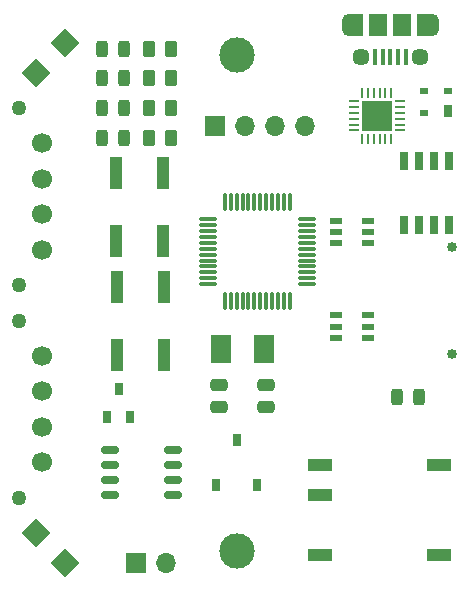
<source format=gts>
%TF.GenerationSoftware,KiCad,Pcbnew,7.0.2*%
%TF.CreationDate,2023-11-20T18:08:22-06:00*%
%TF.ProjectId,BPS-PeripheralSOM,4250532d-5065-4726-9970-686572616c53,rev?*%
%TF.SameCoordinates,Original*%
%TF.FileFunction,Soldermask,Top*%
%TF.FilePolarity,Negative*%
%FSLAX46Y46*%
G04 Gerber Fmt 4.6, Leading zero omitted, Abs format (unit mm)*
G04 Created by KiCad (PCBNEW 7.0.2) date 2023-11-20 18:08:22*
%MOMM*%
%LPD*%
G01*
G04 APERTURE LIST*
G04 Aperture macros list*
%AMRoundRect*
0 Rectangle with rounded corners*
0 $1 Rounding radius*
0 $2 $3 $4 $5 $6 $7 $8 $9 X,Y pos of 4 corners*
0 Add a 4 corners polygon primitive as box body*
4,1,4,$2,$3,$4,$5,$6,$7,$8,$9,$2,$3,0*
0 Add four circle primitives for the rounded corners*
1,1,$1+$1,$2,$3*
1,1,$1+$1,$4,$5*
1,1,$1+$1,$6,$7*
1,1,$1+$1,$8,$9*
0 Add four rect primitives between the rounded corners*
20,1,$1+$1,$2,$3,$4,$5,0*
20,1,$1+$1,$4,$5,$6,$7,0*
20,1,$1+$1,$6,$7,$8,$9,0*
20,1,$1+$1,$8,$9,$2,$3,0*%
%AMRotRect*
0 Rectangle, with rotation*
0 The origin of the aperture is its center*
0 $1 length*
0 $2 width*
0 $3 Rotation angle, in degrees counterclockwise*
0 Add horizontal line*
21,1,$1,$2,0,0,$3*%
G04 Aperture macros list end*
%ADD10RotRect,1.700000X1.700000X315.000000*%
%ADD11RotRect,1.700000X1.700000X45.000000*%
%ADD12R,1.000000X2.750000*%
%ADD13RoundRect,0.250000X-0.475000X0.250000X-0.475000X-0.250000X0.475000X-0.250000X0.475000X0.250000X0*%
%ADD14R,1.700000X1.700000*%
%ADD15O,1.700000X1.700000*%
%ADD16R,0.700000X1.000000*%
%ADD17R,0.700000X0.600000*%
%ADD18R,0.650000X1.528000*%
%ADD19R,2.100000X1.000000*%
%ADD20R,1.700000X2.400000*%
%ADD21RoundRect,0.243750X-0.243750X-0.456250X0.243750X-0.456250X0.243750X0.456250X-0.243750X0.456250X0*%
%ADD22C,1.270000*%
%ADD23C,1.700000*%
%ADD24RoundRect,0.250000X0.262500X0.450000X-0.262500X0.450000X-0.262500X-0.450000X0.262500X-0.450000X0*%
%ADD25RoundRect,0.075000X0.075000X-0.662500X0.075000X0.662500X-0.075000X0.662500X-0.075000X-0.662500X0*%
%ADD26RoundRect,0.075000X0.662500X-0.075000X0.662500X0.075000X-0.662500X0.075000X-0.662500X-0.075000X0*%
%ADD27RoundRect,0.062500X0.062500X-0.350000X0.062500X0.350000X-0.062500X0.350000X-0.062500X-0.350000X0*%
%ADD28RoundRect,0.062500X0.350000X-0.062500X0.350000X0.062500X-0.350000X0.062500X-0.350000X-0.062500X0*%
%ADD29R,2.600000X2.600000*%
%ADD30C,3.000000*%
%ADD31R,0.400000X1.350000*%
%ADD32O,1.200000X1.900000*%
%ADD33R,1.200000X1.900000*%
%ADD34C,1.450000*%
%ADD35R,1.500000X1.900000*%
%ADD36R,0.762000X1.117600*%
%ADD37RoundRect,0.150000X0.625000X0.150000X-0.625000X0.150000X-0.625000X-0.150000X0.625000X-0.150000X0*%
%ADD38R,1.003300X0.558800*%
%ADD39C,0.850000*%
G04 APERTURE END LIST*
D10*
%TO.C,TP1*%
X105500000Y-43000000D03*
%TD*%
D11*
%TO.C,TP4*%
X103000000Y-84500000D03*
%TD*%
D12*
%TO.C,SW5*%
X109798000Y-59731500D03*
X109798000Y-53981500D03*
X113798000Y-59731500D03*
X113798000Y-53981500D03*
%TD*%
D13*
%TO.C,C22*%
X122500000Y-71950000D03*
X122500000Y-73850000D03*
%TD*%
D14*
%TO.C,J1*%
X118200000Y-50000000D03*
D15*
X120740000Y-50000000D03*
X123280000Y-50000000D03*
X125820000Y-50000000D03*
%TD*%
D16*
%TO.C,D1*%
X137900000Y-48750000D03*
D17*
X137900000Y-47050000D03*
X135900000Y-47050000D03*
X135900000Y-48950000D03*
%TD*%
D18*
%TO.C,IC1*%
X134190000Y-58422000D03*
X135460000Y-58422000D03*
X136730000Y-58422000D03*
X138000000Y-58422000D03*
X138000000Y-53000000D03*
X136730000Y-53000000D03*
X135460000Y-53000000D03*
X134190000Y-53000000D03*
%TD*%
D19*
%TO.C,P2*%
X127060000Y-78740000D03*
X127060000Y-81280000D03*
X127060000Y-86360000D03*
X137160000Y-86360000D03*
X137160000Y-78740000D03*
%TD*%
D20*
%TO.C,Y1*%
X118650000Y-68900000D03*
X122350000Y-68900000D03*
%TD*%
D21*
%TO.C,D14*%
X108562500Y-46000000D03*
X110437500Y-46000000D03*
%TD*%
D22*
%TO.C,J4*%
X101540000Y-81500000D03*
X101540000Y-66500000D03*
D23*
X103500000Y-78500000D03*
X103500000Y-75500000D03*
X103500000Y-72500000D03*
X103500000Y-69500000D03*
%TD*%
D16*
%TO.C,U5*%
X109050000Y-74700000D03*
X110950000Y-74700000D03*
X110000000Y-72300000D03*
%TD*%
D10*
%TO.C,TP6*%
X103000000Y-45500000D03*
%TD*%
D24*
%TO.C,R17*%
X114412500Y-48500000D03*
X112587500Y-48500000D03*
%TD*%
D14*
%TO.C,JP2*%
X111460000Y-87000000D03*
D15*
X114000000Y-87000000D03*
%TD*%
D24*
%TO.C,R6*%
X114412500Y-51000000D03*
X112587500Y-51000000D03*
%TD*%
D25*
%TO.C,U1*%
X119000000Y-64825000D03*
X119500000Y-64825000D03*
X120000000Y-64825000D03*
X120500000Y-64825000D03*
X121000000Y-64825000D03*
X121500000Y-64825000D03*
X122000000Y-64825000D03*
X122500000Y-64825000D03*
X123000000Y-64825000D03*
X123500000Y-64825000D03*
X124000000Y-64825000D03*
X124500000Y-64825000D03*
D26*
X125912500Y-63412500D03*
X125912500Y-62912500D03*
X125912500Y-62412500D03*
X125912500Y-61912500D03*
X125912500Y-61412500D03*
X125912500Y-60912500D03*
X125912500Y-60412500D03*
X125912500Y-59912500D03*
X125912500Y-59412500D03*
X125912500Y-58912500D03*
X125912500Y-58412500D03*
X125912500Y-57912500D03*
D25*
X124500000Y-56500000D03*
X124000000Y-56500000D03*
X123500000Y-56500000D03*
X123000000Y-56500000D03*
X122500000Y-56500000D03*
X122000000Y-56500000D03*
X121500000Y-56500000D03*
X121000000Y-56500000D03*
X120500000Y-56500000D03*
X120000000Y-56500000D03*
X119500000Y-56500000D03*
X119000000Y-56500000D03*
D26*
X117587500Y-57912500D03*
X117587500Y-58412500D03*
X117587500Y-58912500D03*
X117587500Y-59412500D03*
X117587500Y-59912500D03*
X117587500Y-60412500D03*
X117587500Y-60912500D03*
X117587500Y-61412500D03*
X117587500Y-61912500D03*
X117587500Y-62412500D03*
X117587500Y-62912500D03*
X117587500Y-63412500D03*
%TD*%
D12*
%TO.C,SW1*%
X113826000Y-63625000D03*
X113826000Y-69375000D03*
X109826000Y-63625000D03*
X109826000Y-69375000D03*
%TD*%
D27*
%TO.C,U4*%
X130600000Y-51087500D03*
X131100000Y-51087500D03*
X131600000Y-51087500D03*
X132100000Y-51087500D03*
X132600000Y-51087500D03*
X133100000Y-51087500D03*
D28*
X133787500Y-50400000D03*
X133787500Y-49900000D03*
X133787500Y-49400000D03*
X133787500Y-48900000D03*
X133787500Y-48400000D03*
X133787500Y-47900000D03*
D27*
X133100000Y-47212500D03*
X132600000Y-47212500D03*
X132100000Y-47212500D03*
X131600000Y-47212500D03*
X131100000Y-47212500D03*
X130600000Y-47212500D03*
D28*
X129912500Y-47900000D03*
X129912500Y-48400000D03*
X129912500Y-48900000D03*
X129912500Y-49400000D03*
X129912500Y-49900000D03*
X129912500Y-50400000D03*
D29*
X131850000Y-49150000D03*
%TD*%
D30*
%TO.C,MH1*%
X120000000Y-86000000D03*
%TD*%
D31*
%TO.C,J3*%
X134300000Y-44200000D03*
X133650000Y-44200000D03*
X133000000Y-44200000D03*
X132350000Y-44200000D03*
X131700000Y-44200000D03*
D32*
X136500000Y-41500000D03*
D33*
X135900000Y-41500000D03*
D34*
X135500000Y-44200000D03*
D35*
X134000000Y-41500000D03*
X132000000Y-41500000D03*
D34*
X130500000Y-44200000D03*
D33*
X130100000Y-41500000D03*
D32*
X129500000Y-41500000D03*
%TD*%
D22*
%TO.C,J2*%
X101540000Y-63500000D03*
X101540000Y-48500000D03*
D23*
X103500000Y-60500000D03*
X103500000Y-57500000D03*
X103500000Y-54500000D03*
X103500000Y-51500000D03*
%TD*%
D24*
%TO.C,R11*%
X114412500Y-43500000D03*
X112587500Y-43500000D03*
%TD*%
D30*
%TO.C,MH2*%
X120000000Y-44000000D03*
%TD*%
D36*
%TO.C,SW2*%
X118249998Y-80392300D03*
X120000000Y-76607700D03*
X121750002Y-80392300D03*
%TD*%
D21*
%TO.C,D12*%
X108562500Y-51000000D03*
X110437500Y-51000000D03*
%TD*%
D13*
%TO.C,C21*%
X118500000Y-71950000D03*
X118500000Y-73850000D03*
%TD*%
D21*
%TO.C,D2*%
X133562500Y-73000000D03*
X135437500Y-73000000D03*
%TD*%
D37*
%TO.C,U2*%
X114625000Y-81270000D03*
X114625000Y-80000000D03*
X114625000Y-78730000D03*
X114625000Y-77460000D03*
X109275000Y-77460000D03*
X109275000Y-78730000D03*
X109275000Y-80000000D03*
X109275000Y-81270000D03*
%TD*%
D21*
%TO.C,D4*%
X108562500Y-43500000D03*
X110437500Y-43500000D03*
%TD*%
D24*
%TO.C,R18*%
X114412500Y-46000000D03*
X112587500Y-46000000D03*
%TD*%
D11*
%TO.C,TP3*%
X105500000Y-87000000D03*
%TD*%
D38*
%TO.C,CR2*%
X128400000Y-66049999D03*
X128400000Y-67000000D03*
X128400000Y-67950001D03*
X131105100Y-67950001D03*
X131105100Y-67000000D03*
X131105100Y-66049999D03*
%TD*%
%TO.C,CR1*%
X128400000Y-58049999D03*
X128400000Y-59000000D03*
X128400000Y-59950001D03*
X131105100Y-59950001D03*
X131105100Y-59000000D03*
X131105100Y-58049999D03*
%TD*%
D21*
%TO.C,D13*%
X108562500Y-48500000D03*
X110437500Y-48500000D03*
%TD*%
D39*
%TO.C,J6*%
X138200000Y-69300000D03*
X138200000Y-60300000D03*
%TD*%
M02*

</source>
